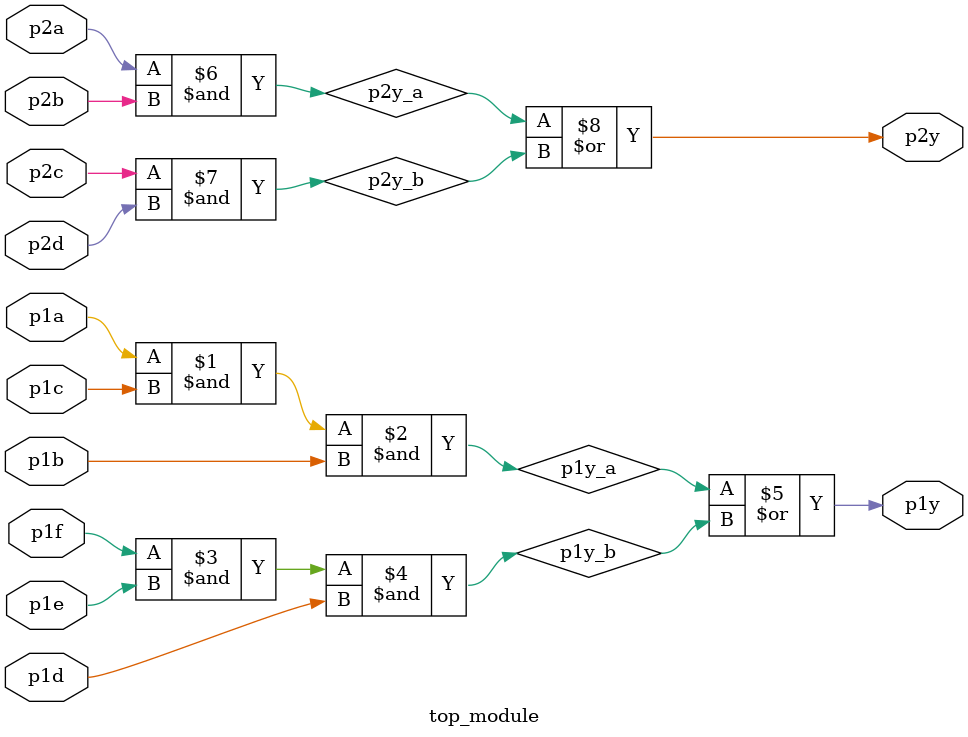
<source format=v>
module top_module ( input p1a, p1b, p1c, p1d, p1e, p1f,
                    output p1y,
                    input p2a, p2b, p2c, p2d,
                    output p2y );

  wire p1y_a;
  wire p1y_b;

  assign p1y_a = p1a & p1c & p1b;
  assign p1y_b = p1f & p1e & p1d;
  assign p1y = p1y_a | p1y_b;

  wire p2y_a;
  wire p2y_b;

  assign p2y_a = p2a & p2b;
  assign p2y_b = p2c & p2d;
  assign p2y = p2y_a | p2y_b;

endmodule
</source>
